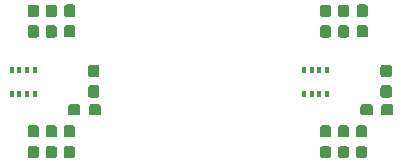
<source format=gbr>
%TF.GenerationSoftware,KiCad,Pcbnew,(5.1.0-1220-ga833aeeac)*%
%TF.CreationDate,2019-07-10T01:08:44+03:00*%
%TF.ProjectId,proto_II_panel,70726f74-6f5f-4494-995f-70616e656c2e,rev?*%
%TF.SameCoordinates,Original*%
%TF.FileFunction,Paste,Bot*%
%TF.FilePolarity,Positive*%
%FSLAX46Y46*%
G04 Gerber Fmt 4.6, Leading zero omitted, Abs format (unit mm)*
G04 Created by KiCad (PCBNEW (5.1.0-1220-ga833aeeac)) date 2019-07-10 01:08:44*
%MOMM*%
%LPD*%
G04 APERTURE LIST*
%ADD10C,0.160000*%
%ADD11C,0.950000*%
%ADD12R,0.350000X0.500000*%
G04 APERTURE END LIST*
D10*
G36*
X81553387Y-58593078D02*
G01*
X81630438Y-58644561D01*
X81681921Y-58721612D01*
X81700000Y-58812499D01*
X81700000Y-59387499D01*
X81681921Y-59478386D01*
X81630438Y-59555437D01*
X81553387Y-59606920D01*
X81462500Y-59624999D01*
X80987500Y-59624999D01*
X80896613Y-59606920D01*
X80819562Y-59555437D01*
X80768079Y-59478386D01*
X80750000Y-59387499D01*
X80750000Y-58812499D01*
X80768079Y-58721612D01*
X80819562Y-58644561D01*
X80896613Y-58593078D01*
X80987500Y-58574999D01*
X81462500Y-58574999D01*
X81553387Y-58593078D01*
X81553387Y-58593078D01*
G37*
D11*
X81225000Y-59099999D03*
D10*
G36*
X81553387Y-56843078D02*
G01*
X81630438Y-56894561D01*
X81681921Y-56971612D01*
X81700000Y-57062499D01*
X81700000Y-57637499D01*
X81681921Y-57728386D01*
X81630438Y-57805437D01*
X81553387Y-57856920D01*
X81462500Y-57874999D01*
X80987500Y-57874999D01*
X80896613Y-57856920D01*
X80819562Y-57805437D01*
X80768079Y-57728386D01*
X80750000Y-57637499D01*
X80750000Y-57062499D01*
X80768079Y-56971612D01*
X80819562Y-56894561D01*
X80896613Y-56843078D01*
X80987500Y-56824999D01*
X81462500Y-56824999D01*
X81553387Y-56843078D01*
X81553387Y-56843078D01*
G37*
D11*
X81225000Y-57349999D03*
D10*
G36*
X84603387Y-67043079D02*
G01*
X84680438Y-67094562D01*
X84731921Y-67171613D01*
X84750000Y-67262500D01*
X84750000Y-67837500D01*
X84731921Y-67928387D01*
X84680438Y-68005438D01*
X84603387Y-68056921D01*
X84512500Y-68075000D01*
X84037500Y-68075000D01*
X83946613Y-68056921D01*
X83869562Y-68005438D01*
X83818079Y-67928387D01*
X83800000Y-67837500D01*
X83800000Y-67262500D01*
X83818079Y-67171613D01*
X83869562Y-67094562D01*
X83946613Y-67043079D01*
X84037500Y-67025000D01*
X84512500Y-67025000D01*
X84603387Y-67043079D01*
X84603387Y-67043079D01*
G37*
D11*
X84275000Y-67550000D03*
D10*
G36*
X84603387Y-68793079D02*
G01*
X84680438Y-68844562D01*
X84731921Y-68921613D01*
X84750000Y-69012500D01*
X84750000Y-69587500D01*
X84731921Y-69678387D01*
X84680438Y-69755438D01*
X84603387Y-69806921D01*
X84512500Y-69825000D01*
X84037500Y-69825000D01*
X83946613Y-69806921D01*
X83869562Y-69755438D01*
X83818079Y-69678387D01*
X83800000Y-69587500D01*
X83800000Y-69012500D01*
X83818079Y-68921613D01*
X83869562Y-68844562D01*
X83946613Y-68793079D01*
X84037500Y-68775000D01*
X84512500Y-68775000D01*
X84603387Y-68793079D01*
X84603387Y-68793079D01*
G37*
D11*
X84275000Y-69300000D03*
D10*
G36*
X86828387Y-65268079D02*
G01*
X86905438Y-65319562D01*
X86956921Y-65396613D01*
X86975000Y-65487500D01*
X86975000Y-65962500D01*
X86956921Y-66053387D01*
X86905438Y-66130438D01*
X86828387Y-66181921D01*
X86737500Y-66200000D01*
X86162500Y-66200000D01*
X86071613Y-66181921D01*
X85994562Y-66130438D01*
X85943079Y-66053387D01*
X85925000Y-65962500D01*
X85925000Y-65487500D01*
X85943079Y-65396613D01*
X85994562Y-65319562D01*
X86071613Y-65268079D01*
X86162500Y-65250000D01*
X86737500Y-65250000D01*
X86828387Y-65268079D01*
X86828387Y-65268079D01*
G37*
D11*
X86450000Y-65725000D03*
D10*
G36*
X85078387Y-65268079D02*
G01*
X85155438Y-65319562D01*
X85206921Y-65396613D01*
X85225000Y-65487500D01*
X85225000Y-65962500D01*
X85206921Y-66053387D01*
X85155438Y-66130438D01*
X85078387Y-66181921D01*
X84987500Y-66200000D01*
X84412500Y-66200000D01*
X84321613Y-66181921D01*
X84244562Y-66130438D01*
X84193079Y-66053387D01*
X84175000Y-65962500D01*
X84175000Y-65487500D01*
X84193079Y-65396613D01*
X84244562Y-65319562D01*
X84321613Y-65268079D01*
X84412500Y-65250000D01*
X84987500Y-65250000D01*
X85078387Y-65268079D01*
X85078387Y-65268079D01*
G37*
D11*
X84700000Y-65725000D03*
D10*
G36*
X86678387Y-63668080D02*
G01*
X86755438Y-63719563D01*
X86806921Y-63796614D01*
X86825000Y-63887501D01*
X86825000Y-64462501D01*
X86806921Y-64553388D01*
X86755438Y-64630439D01*
X86678387Y-64681922D01*
X86587500Y-64700001D01*
X86112500Y-64700001D01*
X86021613Y-64681922D01*
X85944562Y-64630439D01*
X85893079Y-64553388D01*
X85875000Y-64462501D01*
X85875000Y-63887501D01*
X85893079Y-63796614D01*
X85944562Y-63719563D01*
X86021613Y-63668080D01*
X86112500Y-63650001D01*
X86587500Y-63650001D01*
X86678387Y-63668080D01*
X86678387Y-63668080D01*
G37*
D11*
X86350000Y-64175001D03*
D10*
G36*
X86678387Y-61918080D02*
G01*
X86755438Y-61969563D01*
X86806921Y-62046614D01*
X86825000Y-62137501D01*
X86825000Y-62712501D01*
X86806921Y-62803388D01*
X86755438Y-62880439D01*
X86678387Y-62931922D01*
X86587500Y-62950001D01*
X86112500Y-62950001D01*
X86021613Y-62931922D01*
X85944562Y-62880439D01*
X85893079Y-62803388D01*
X85875000Y-62712501D01*
X85875000Y-62137501D01*
X85893079Y-62046614D01*
X85944562Y-61969563D01*
X86021613Y-61918080D01*
X86112500Y-61900001D01*
X86587500Y-61900001D01*
X86678387Y-61918080D01*
X86678387Y-61918080D01*
G37*
D11*
X86350000Y-62425001D03*
D10*
G36*
X83078387Y-67043079D02*
G01*
X83155438Y-67094562D01*
X83206921Y-67171613D01*
X83225000Y-67262500D01*
X83225000Y-67837500D01*
X83206921Y-67928387D01*
X83155438Y-68005438D01*
X83078387Y-68056921D01*
X82987500Y-68075000D01*
X82512500Y-68075000D01*
X82421613Y-68056921D01*
X82344562Y-68005438D01*
X82293079Y-67928387D01*
X82275000Y-67837500D01*
X82275000Y-67262500D01*
X82293079Y-67171613D01*
X82344562Y-67094562D01*
X82421613Y-67043079D01*
X82512500Y-67025000D01*
X82987500Y-67025000D01*
X83078387Y-67043079D01*
X83078387Y-67043079D01*
G37*
D11*
X82750000Y-67550000D03*
D10*
G36*
X83078387Y-68793079D02*
G01*
X83155438Y-68844562D01*
X83206921Y-68921613D01*
X83225000Y-69012500D01*
X83225000Y-69587500D01*
X83206921Y-69678387D01*
X83155438Y-69755438D01*
X83078387Y-69806921D01*
X82987500Y-69825000D01*
X82512500Y-69825000D01*
X82421613Y-69806921D01*
X82344562Y-69755438D01*
X82293079Y-69678387D01*
X82275000Y-69587500D01*
X82275000Y-69012500D01*
X82293079Y-68921613D01*
X82344562Y-68844562D01*
X82421613Y-68793079D01*
X82512500Y-68775000D01*
X82987500Y-68775000D01*
X83078387Y-68793079D01*
X83078387Y-68793079D01*
G37*
D11*
X82750000Y-69300000D03*
D12*
X81350000Y-64375000D03*
X80700000Y-64375000D03*
X80050000Y-64375000D03*
X79400000Y-64375000D03*
X79400000Y-62325000D03*
X80050000Y-62325000D03*
X80700000Y-62325000D03*
X81350000Y-62325000D03*
D10*
G36*
X81553387Y-67043079D02*
G01*
X81630438Y-67094562D01*
X81681921Y-67171613D01*
X81700000Y-67262500D01*
X81700000Y-67837500D01*
X81681921Y-67928387D01*
X81630438Y-68005438D01*
X81553387Y-68056921D01*
X81462500Y-68075000D01*
X80987500Y-68075000D01*
X80896613Y-68056921D01*
X80819562Y-68005438D01*
X80768079Y-67928387D01*
X80750000Y-67837500D01*
X80750000Y-67262500D01*
X80768079Y-67171613D01*
X80819562Y-67094562D01*
X80896613Y-67043079D01*
X80987500Y-67025000D01*
X81462500Y-67025000D01*
X81553387Y-67043079D01*
X81553387Y-67043079D01*
G37*
D11*
X81225000Y-67550000D03*
D10*
G36*
X81553387Y-68793079D02*
G01*
X81630438Y-68844562D01*
X81681921Y-68921613D01*
X81700000Y-69012500D01*
X81700000Y-69587500D01*
X81681921Y-69678387D01*
X81630438Y-69755438D01*
X81553387Y-69806921D01*
X81462500Y-69825000D01*
X80987500Y-69825000D01*
X80896613Y-69806921D01*
X80819562Y-69755438D01*
X80768079Y-69678387D01*
X80750000Y-69587500D01*
X80750000Y-69012500D01*
X80768079Y-68921613D01*
X80819562Y-68844562D01*
X80896613Y-68793079D01*
X80987500Y-68775000D01*
X81462500Y-68775000D01*
X81553387Y-68793079D01*
X81553387Y-68793079D01*
G37*
D11*
X81225000Y-69300000D03*
D10*
G36*
X83078387Y-58593078D02*
G01*
X83155438Y-58644561D01*
X83206921Y-58721612D01*
X83225000Y-58812499D01*
X83225000Y-59387499D01*
X83206921Y-59478386D01*
X83155438Y-59555437D01*
X83078387Y-59606920D01*
X82987500Y-59624999D01*
X82512500Y-59624999D01*
X82421613Y-59606920D01*
X82344562Y-59555437D01*
X82293079Y-59478386D01*
X82275000Y-59387499D01*
X82275000Y-58812499D01*
X82293079Y-58721612D01*
X82344562Y-58644561D01*
X82421613Y-58593078D01*
X82512500Y-58574999D01*
X82987500Y-58574999D01*
X83078387Y-58593078D01*
X83078387Y-58593078D01*
G37*
D11*
X82750000Y-59099999D03*
D10*
G36*
X83078387Y-56843078D02*
G01*
X83155438Y-56894561D01*
X83206921Y-56971612D01*
X83225000Y-57062499D01*
X83225000Y-57637499D01*
X83206921Y-57728386D01*
X83155438Y-57805437D01*
X83078387Y-57856920D01*
X82987500Y-57874999D01*
X82512500Y-57874999D01*
X82421613Y-57856920D01*
X82344562Y-57805437D01*
X82293079Y-57728386D01*
X82275000Y-57637499D01*
X82275000Y-57062499D01*
X82293079Y-56971612D01*
X82344562Y-56894561D01*
X82421613Y-56843078D01*
X82512500Y-56824999D01*
X82987500Y-56824999D01*
X83078387Y-56843078D01*
X83078387Y-56843078D01*
G37*
D11*
X82750000Y-57349999D03*
D10*
G36*
X84653387Y-58568079D02*
G01*
X84730438Y-58619562D01*
X84781921Y-58696613D01*
X84800000Y-58787500D01*
X84800000Y-59362500D01*
X84781921Y-59453387D01*
X84730438Y-59530438D01*
X84653387Y-59581921D01*
X84562500Y-59600000D01*
X84087500Y-59600000D01*
X83996613Y-59581921D01*
X83919562Y-59530438D01*
X83868079Y-59453387D01*
X83850000Y-59362500D01*
X83850000Y-58787500D01*
X83868079Y-58696613D01*
X83919562Y-58619562D01*
X83996613Y-58568079D01*
X84087500Y-58550000D01*
X84562500Y-58550000D01*
X84653387Y-58568079D01*
X84653387Y-58568079D01*
G37*
D11*
X84325000Y-59075000D03*
D10*
G36*
X84653387Y-56818079D02*
G01*
X84730438Y-56869562D01*
X84781921Y-56946613D01*
X84800000Y-57037500D01*
X84800000Y-57612500D01*
X84781921Y-57703387D01*
X84730438Y-57780438D01*
X84653387Y-57831921D01*
X84562500Y-57850000D01*
X84087500Y-57850000D01*
X83996613Y-57831921D01*
X83919562Y-57780438D01*
X83868079Y-57703387D01*
X83850000Y-57612500D01*
X83850000Y-57037500D01*
X83868079Y-56946613D01*
X83919562Y-56869562D01*
X83996613Y-56818079D01*
X84087500Y-56800000D01*
X84562500Y-56800000D01*
X84653387Y-56818079D01*
X84653387Y-56818079D01*
G37*
D11*
X84325000Y-57325000D03*
D10*
G36*
X59903387Y-56818079D02*
G01*
X59980438Y-56869562D01*
X60031921Y-56946613D01*
X60050000Y-57037500D01*
X60050000Y-57612500D01*
X60031921Y-57703387D01*
X59980438Y-57780438D01*
X59903387Y-57831921D01*
X59812500Y-57850000D01*
X59337500Y-57850000D01*
X59246613Y-57831921D01*
X59169562Y-57780438D01*
X59118079Y-57703387D01*
X59100000Y-57612500D01*
X59100000Y-57037500D01*
X59118079Y-56946613D01*
X59169562Y-56869562D01*
X59246613Y-56818079D01*
X59337500Y-56800000D01*
X59812500Y-56800000D01*
X59903387Y-56818079D01*
X59903387Y-56818079D01*
G37*
D11*
X59575000Y-57325000D03*
D10*
G36*
X59903387Y-58568079D02*
G01*
X59980438Y-58619562D01*
X60031921Y-58696613D01*
X60050000Y-58787500D01*
X60050000Y-59362500D01*
X60031921Y-59453387D01*
X59980438Y-59530438D01*
X59903387Y-59581921D01*
X59812500Y-59600000D01*
X59337500Y-59600000D01*
X59246613Y-59581921D01*
X59169562Y-59530438D01*
X59118079Y-59453387D01*
X59100000Y-59362500D01*
X59100000Y-58787500D01*
X59118079Y-58696613D01*
X59169562Y-58619562D01*
X59246613Y-58568079D01*
X59337500Y-58550000D01*
X59812500Y-58550000D01*
X59903387Y-58568079D01*
X59903387Y-58568079D01*
G37*
D11*
X59575000Y-59075000D03*
D10*
G36*
X58328387Y-56843078D02*
G01*
X58405438Y-56894561D01*
X58456921Y-56971612D01*
X58475000Y-57062499D01*
X58475000Y-57637499D01*
X58456921Y-57728386D01*
X58405438Y-57805437D01*
X58328387Y-57856920D01*
X58237500Y-57874999D01*
X57762500Y-57874999D01*
X57671613Y-57856920D01*
X57594562Y-57805437D01*
X57543079Y-57728386D01*
X57525000Y-57637499D01*
X57525000Y-57062499D01*
X57543079Y-56971612D01*
X57594562Y-56894561D01*
X57671613Y-56843078D01*
X57762500Y-56824999D01*
X58237500Y-56824999D01*
X58328387Y-56843078D01*
X58328387Y-56843078D01*
G37*
D11*
X58000000Y-57349999D03*
D10*
G36*
X58328387Y-58593078D02*
G01*
X58405438Y-58644561D01*
X58456921Y-58721612D01*
X58475000Y-58812499D01*
X58475000Y-59387499D01*
X58456921Y-59478386D01*
X58405438Y-59555437D01*
X58328387Y-59606920D01*
X58237500Y-59624999D01*
X57762500Y-59624999D01*
X57671613Y-59606920D01*
X57594562Y-59555437D01*
X57543079Y-59478386D01*
X57525000Y-59387499D01*
X57525000Y-58812499D01*
X57543079Y-58721612D01*
X57594562Y-58644561D01*
X57671613Y-58593078D01*
X57762500Y-58574999D01*
X58237500Y-58574999D01*
X58328387Y-58593078D01*
X58328387Y-58593078D01*
G37*
D11*
X58000000Y-59099999D03*
D10*
G36*
X56803387Y-68793079D02*
G01*
X56880438Y-68844562D01*
X56931921Y-68921613D01*
X56950000Y-69012500D01*
X56950000Y-69587500D01*
X56931921Y-69678387D01*
X56880438Y-69755438D01*
X56803387Y-69806921D01*
X56712500Y-69825000D01*
X56237500Y-69825000D01*
X56146613Y-69806921D01*
X56069562Y-69755438D01*
X56018079Y-69678387D01*
X56000000Y-69587500D01*
X56000000Y-69012500D01*
X56018079Y-68921613D01*
X56069562Y-68844562D01*
X56146613Y-68793079D01*
X56237500Y-68775000D01*
X56712500Y-68775000D01*
X56803387Y-68793079D01*
X56803387Y-68793079D01*
G37*
D11*
X56475000Y-69300000D03*
D10*
G36*
X56803387Y-67043079D02*
G01*
X56880438Y-67094562D01*
X56931921Y-67171613D01*
X56950000Y-67262500D01*
X56950000Y-67837500D01*
X56931921Y-67928387D01*
X56880438Y-68005438D01*
X56803387Y-68056921D01*
X56712500Y-68075000D01*
X56237500Y-68075000D01*
X56146613Y-68056921D01*
X56069562Y-68005438D01*
X56018079Y-67928387D01*
X56000000Y-67837500D01*
X56000000Y-67262500D01*
X56018079Y-67171613D01*
X56069562Y-67094562D01*
X56146613Y-67043079D01*
X56237500Y-67025000D01*
X56712500Y-67025000D01*
X56803387Y-67043079D01*
X56803387Y-67043079D01*
G37*
D11*
X56475000Y-67550000D03*
D12*
X56600000Y-62325000D03*
X55950000Y-62325000D03*
X55300000Y-62325000D03*
X54650000Y-62325000D03*
X54650000Y-64375000D03*
X55300000Y-64375000D03*
X55950000Y-64375000D03*
X56600000Y-64375000D03*
D10*
G36*
X58328387Y-68793079D02*
G01*
X58405438Y-68844562D01*
X58456921Y-68921613D01*
X58475000Y-69012500D01*
X58475000Y-69587500D01*
X58456921Y-69678387D01*
X58405438Y-69755438D01*
X58328387Y-69806921D01*
X58237500Y-69825000D01*
X57762500Y-69825000D01*
X57671613Y-69806921D01*
X57594562Y-69755438D01*
X57543079Y-69678387D01*
X57525000Y-69587500D01*
X57525000Y-69012500D01*
X57543079Y-68921613D01*
X57594562Y-68844562D01*
X57671613Y-68793079D01*
X57762500Y-68775000D01*
X58237500Y-68775000D01*
X58328387Y-68793079D01*
X58328387Y-68793079D01*
G37*
D11*
X58000000Y-69300000D03*
D10*
G36*
X58328387Y-67043079D02*
G01*
X58405438Y-67094562D01*
X58456921Y-67171613D01*
X58475000Y-67262500D01*
X58475000Y-67837500D01*
X58456921Y-67928387D01*
X58405438Y-68005438D01*
X58328387Y-68056921D01*
X58237500Y-68075000D01*
X57762500Y-68075000D01*
X57671613Y-68056921D01*
X57594562Y-68005438D01*
X57543079Y-67928387D01*
X57525000Y-67837500D01*
X57525000Y-67262500D01*
X57543079Y-67171613D01*
X57594562Y-67094562D01*
X57671613Y-67043079D01*
X57762500Y-67025000D01*
X58237500Y-67025000D01*
X58328387Y-67043079D01*
X58328387Y-67043079D01*
G37*
D11*
X58000000Y-67550000D03*
D10*
G36*
X61928387Y-61918080D02*
G01*
X62005438Y-61969563D01*
X62056921Y-62046614D01*
X62075000Y-62137501D01*
X62075000Y-62712501D01*
X62056921Y-62803388D01*
X62005438Y-62880439D01*
X61928387Y-62931922D01*
X61837500Y-62950001D01*
X61362500Y-62950001D01*
X61271613Y-62931922D01*
X61194562Y-62880439D01*
X61143079Y-62803388D01*
X61125000Y-62712501D01*
X61125000Y-62137501D01*
X61143079Y-62046614D01*
X61194562Y-61969563D01*
X61271613Y-61918080D01*
X61362500Y-61900001D01*
X61837500Y-61900001D01*
X61928387Y-61918080D01*
X61928387Y-61918080D01*
G37*
D11*
X61600000Y-62425001D03*
D10*
G36*
X61928387Y-63668080D02*
G01*
X62005438Y-63719563D01*
X62056921Y-63796614D01*
X62075000Y-63887501D01*
X62075000Y-64462501D01*
X62056921Y-64553388D01*
X62005438Y-64630439D01*
X61928387Y-64681922D01*
X61837500Y-64700001D01*
X61362500Y-64700001D01*
X61271613Y-64681922D01*
X61194562Y-64630439D01*
X61143079Y-64553388D01*
X61125000Y-64462501D01*
X61125000Y-63887501D01*
X61143079Y-63796614D01*
X61194562Y-63719563D01*
X61271613Y-63668080D01*
X61362500Y-63650001D01*
X61837500Y-63650001D01*
X61928387Y-63668080D01*
X61928387Y-63668080D01*
G37*
D11*
X61600000Y-64175001D03*
D10*
G36*
X60328387Y-65268079D02*
G01*
X60405438Y-65319562D01*
X60456921Y-65396613D01*
X60475000Y-65487500D01*
X60475000Y-65962500D01*
X60456921Y-66053387D01*
X60405438Y-66130438D01*
X60328387Y-66181921D01*
X60237500Y-66200000D01*
X59662500Y-66200000D01*
X59571613Y-66181921D01*
X59494562Y-66130438D01*
X59443079Y-66053387D01*
X59425000Y-65962500D01*
X59425000Y-65487500D01*
X59443079Y-65396613D01*
X59494562Y-65319562D01*
X59571613Y-65268079D01*
X59662500Y-65250000D01*
X60237500Y-65250000D01*
X60328387Y-65268079D01*
X60328387Y-65268079D01*
G37*
D11*
X59950000Y-65725000D03*
D10*
G36*
X62078387Y-65268079D02*
G01*
X62155438Y-65319562D01*
X62206921Y-65396613D01*
X62225000Y-65487500D01*
X62225000Y-65962500D01*
X62206921Y-66053387D01*
X62155438Y-66130438D01*
X62078387Y-66181921D01*
X61987500Y-66200000D01*
X61412500Y-66200000D01*
X61321613Y-66181921D01*
X61244562Y-66130438D01*
X61193079Y-66053387D01*
X61175000Y-65962500D01*
X61175000Y-65487500D01*
X61193079Y-65396613D01*
X61244562Y-65319562D01*
X61321613Y-65268079D01*
X61412500Y-65250000D01*
X61987500Y-65250000D01*
X62078387Y-65268079D01*
X62078387Y-65268079D01*
G37*
D11*
X61700000Y-65725000D03*
D10*
G36*
X59853387Y-68793079D02*
G01*
X59930438Y-68844562D01*
X59981921Y-68921613D01*
X60000000Y-69012500D01*
X60000000Y-69587500D01*
X59981921Y-69678387D01*
X59930438Y-69755438D01*
X59853387Y-69806921D01*
X59762500Y-69825000D01*
X59287500Y-69825000D01*
X59196613Y-69806921D01*
X59119562Y-69755438D01*
X59068079Y-69678387D01*
X59050000Y-69587500D01*
X59050000Y-69012500D01*
X59068079Y-68921613D01*
X59119562Y-68844562D01*
X59196613Y-68793079D01*
X59287500Y-68775000D01*
X59762500Y-68775000D01*
X59853387Y-68793079D01*
X59853387Y-68793079D01*
G37*
D11*
X59525000Y-69300000D03*
D10*
G36*
X59853387Y-67043079D02*
G01*
X59930438Y-67094562D01*
X59981921Y-67171613D01*
X60000000Y-67262500D01*
X60000000Y-67837500D01*
X59981921Y-67928387D01*
X59930438Y-68005438D01*
X59853387Y-68056921D01*
X59762500Y-68075000D01*
X59287500Y-68075000D01*
X59196613Y-68056921D01*
X59119562Y-68005438D01*
X59068079Y-67928387D01*
X59050000Y-67837500D01*
X59050000Y-67262500D01*
X59068079Y-67171613D01*
X59119562Y-67094562D01*
X59196613Y-67043079D01*
X59287500Y-67025000D01*
X59762500Y-67025000D01*
X59853387Y-67043079D01*
X59853387Y-67043079D01*
G37*
D11*
X59525000Y-67550000D03*
D10*
G36*
X56803387Y-56843078D02*
G01*
X56880438Y-56894561D01*
X56931921Y-56971612D01*
X56950000Y-57062499D01*
X56950000Y-57637499D01*
X56931921Y-57728386D01*
X56880438Y-57805437D01*
X56803387Y-57856920D01*
X56712500Y-57874999D01*
X56237500Y-57874999D01*
X56146613Y-57856920D01*
X56069562Y-57805437D01*
X56018079Y-57728386D01*
X56000000Y-57637499D01*
X56000000Y-57062499D01*
X56018079Y-56971612D01*
X56069562Y-56894561D01*
X56146613Y-56843078D01*
X56237500Y-56824999D01*
X56712500Y-56824999D01*
X56803387Y-56843078D01*
X56803387Y-56843078D01*
G37*
D11*
X56475000Y-57349999D03*
D10*
G36*
X56803387Y-58593078D02*
G01*
X56880438Y-58644561D01*
X56931921Y-58721612D01*
X56950000Y-58812499D01*
X56950000Y-59387499D01*
X56931921Y-59478386D01*
X56880438Y-59555437D01*
X56803387Y-59606920D01*
X56712500Y-59624999D01*
X56237500Y-59624999D01*
X56146613Y-59606920D01*
X56069562Y-59555437D01*
X56018079Y-59478386D01*
X56000000Y-59387499D01*
X56000000Y-58812499D01*
X56018079Y-58721612D01*
X56069562Y-58644561D01*
X56146613Y-58593078D01*
X56237500Y-58574999D01*
X56712500Y-58574999D01*
X56803387Y-58593078D01*
X56803387Y-58593078D01*
G37*
D11*
X56475000Y-59099999D03*
M02*

</source>
